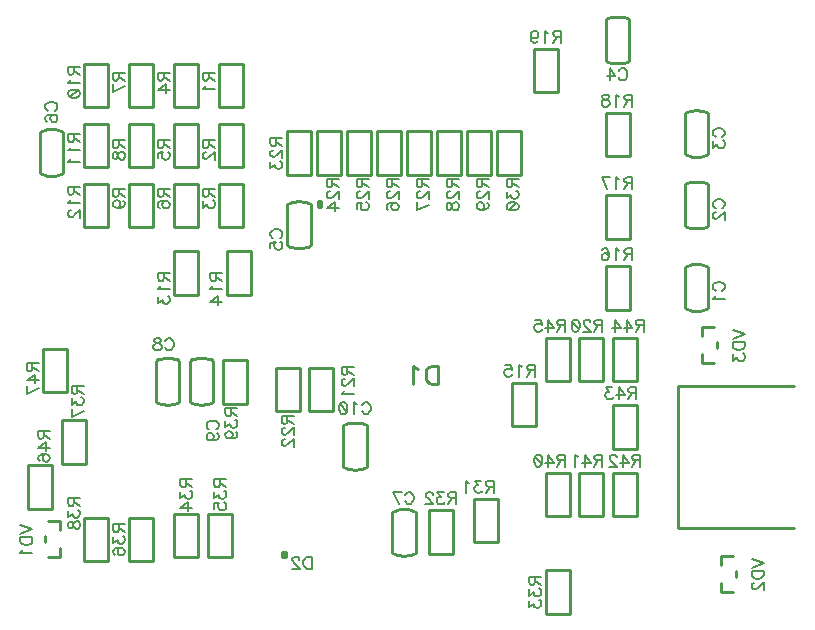
<source format=gbo>
G04  Format:          Gerber Format (RS-274-D), ASCII*
G04*
G04  Format Options:  Absolute Positioning*
G04                   Leading-Zero Suppression*
G04                   Scale Factor 1:1*
G04                   NO Circular Interpolation*
G04                   Millimeter Units*
G04                   Numeric Format: 4.4 (XXXX.XXXX)*
G04                   G54 NOT Used for Aperture Change*
G04                   Apertures Embedded*
G04*
G04  File Options:    Offset = (0.000mm,0.000mm)*
G04                   Drill Symbol Size = 0.000mm*
G04                   No Pad/Via Holes*
G04*
G04  File Contents:   No Pads*
G04                   No Vias*
G04                   Designators*
G04                   No Types*
G04                   No Values*
G04                   No Drill Symbols*
G04                   Bot Silk*
G04*
%INARHAB_VB.GBO*%
%ICAS*%
%MOMM*%
G04*
G04  Aperture MACROs for general use --- invoked via D-code assignment *
G04*
G04  General MACRO for flashed round with rotation and/or offset hole *
%AMROTOFFROUND*
1,1,$1,0.0000,0.0000*
1,0,$2,$3,$4*%
G04*
G04  General MACRO for flashed oval (obround) with rotation and/or offset hole *
%AMROTOFFOVAL*
21,1,$1,$2,0.0000,0.0000,$3*
1,1,$4,$5,$6*
1,1,$4,0-$5,0-$6*
1,0,$7,$8,$9*%
G04*
G04  General MACRO for flashed oval (obround) with rotation and no hole *
%AMROTOVALNOHOLE*
21,1,$1,$2,0.0000,0.0000,$3*
1,1,$4,$5,$6*
1,1,$4,0-$5,0-$6*%
G04*
G04  General MACRO for flashed rectangle with rotation and/or offset hole *
%AMROTOFFRECT*
21,1,$1,$2,0.0000,0.0000,$3*
1,0,$4,$5,$6*%
G04*
G04  General MACRO for flashed rectangle with rotation and no hole *
%AMROTRECTNOHOLE*
21,1,$1,$2,0.0000,0.0000,$3*%
G04*
G04  General MACRO for flashed rounded-rectangle *
%AMROUNDRECT*
21,1,$1,$2-$4,0.0000,0.0000,$3*
21,1,$1-$4,$2,0.0000,0.0000,$3*
1,1,$4,$5,$6*
1,1,$4,$7,$8*
1,1,$4,0-$5,0-$6*
1,1,$4,0-$7,0-$8*
1,0,$9,$10,$11*%
G04*
G04  General MACRO for flashed rounded-rectangle with rotation and no hole *
%AMROUNDRECTNOHOLE*
21,1,$1,$2-$4,0.0000,0.0000,$3*
21,1,$1-$4,$2,0.0000,0.0000,$3*
1,1,$4,$5,$6*
1,1,$4,$7,$8*
1,1,$4,0-$5,0-$6*
1,1,$4,0-$7,0-$8*%
G04*
G04  General MACRO for flashed regular polygon *
%AMREGPOLY*
5,1,$1,0.0000,0.0000,$2,$3+$4*
1,0,$5,$6,$7*%
G04*
G04  General MACRO for flashed regular polygon with no hole *
%AMREGPOLYNOHOLE*
5,1,$1,0.0000,0.0000,$2,$3+$4*%
G04*
G04  General MACRO for target *
%AMTARGET*
6,0,0,$1,$2,$3,4,$4,$5,$6*%
G04*
G04  General MACRO for mounting hole *
%AMMTHOLE*
1,1,$1,0,0*
1,0,$2,0,0*
$1=$1-$2*
$1=$1/2*
21,1,$2+$1,$3,0,0,$4*
21,1,$3,$2+$1,0,0,$4*%
G04*
G04*
G04  D10 : "Ellipse X0.254mm Y0.254mm H0.000mm 0.0deg (0.000mm,0.000mm) Draw"*
G04  Disc: OuterDia=0.2540*
%ADD10C, 0.2540*%
G04  D11 : "Ellipse X0.279mm Y0.279mm H0.000mm 0.0deg (0.000mm,0.000mm) Draw"*
G04  Disc: OuterDia=0.2794*
%ADD11C, 0.2794*%
G04  D12 : "Ellipse X0.381mm Y0.381mm H0.000mm 0.0deg (0.000mm,0.000mm) Draw"*
G04  Disc: OuterDia=0.3810*
%ADD12C, 0.3810*%
G04  D13 : "Ellipse X0.508mm Y0.508mm H0.000mm 0.0deg (0.000mm,0.000mm) Draw"*
G04  Disc: OuterDia=0.5080*
%ADD13C, 0.5080*%
G04  D14 : "Ellipse X0.635mm Y0.635mm H0.000mm 0.0deg (0.000mm,0.000mm) Draw"*
G04  Disc: OuterDia=0.6350*
%ADD14C, 0.6350*%
G04  D15 : "Ellipse X0.762mm Y0.762mm H0.000mm 0.0deg (0.000mm,0.000mm) Draw"*
G04  Disc: OuterDia=0.7620*
%ADD15C, 0.7620*%
G04  D16 : "Ellipse X0.127mm Y0.127mm H0.000mm 0.0deg (0.000mm,0.000mm) Draw"*
G04  Disc: OuterDia=0.1270*
%ADD16C, 0.1270*%
G04  D17 : "Ellipse X0.152mm Y0.152mm H0.000mm 0.0deg (0.000mm,0.000mm) Draw"*
G04  Disc: OuterDia=0.1524*
%ADD17C, 0.1524*%
G04  D18 : "Ellipse X0.180mm Y0.180mm H0.000mm 0.0deg (0.000mm,0.000mm) Draw"*
G04  Disc: OuterDia=0.1800*
%ADD18C, 0.1800*%
G04  D19 : "Ellipse X0.250mm Y0.250mm H0.000mm 0.0deg (0.000mm,0.000mm) Draw"*
G04  Disc: OuterDia=0.2500*
%ADD19C, 0.2500*%
G04  D20 : "Ellipse X3.152mm Y3.152mm H0.000mm 0.0deg (0.000mm,0.000mm) Flash"*
G04  Disc: OuterDia=3.1520*
%ADD20C, 3.1520*%
G04  D21 : "Ellipse X1.500mm Y1.500mm H0.000mm 0.0deg (0.000mm,0.000mm) Flash"*
G04  Disc: OuterDia=1.5000*
%ADD21C, 1.5000*%
G04  D22 : "Ellipse X1.524mm Y1.524mm H0.000mm 0.0deg (0.000mm,0.000mm) Flash"*
G04  Disc: OuterDia=1.5240*
%ADD22C, 1.5240*%
G04  D23 : "Ellipse X1.626mm Y1.626mm H0.000mm 0.0deg (0.000mm,0.000mm) Flash"*
G04  Disc: OuterDia=1.6256*
%ADD23C, 1.6256*%
G04  D24 : "Ellipse X1.652mm Y1.652mm H0.000mm 0.0deg (0.000mm,0.000mm) Flash"*
G04  Disc: OuterDia=1.6520*
%ADD24C, 1.6520*%
G04  D25 : "Ellipse X1.676mm Y1.676mm H0.000mm 0.0deg (0.000mm,0.000mm) Flash"*
G04  Disc: OuterDia=1.6760*
%ADD25C, 1.6760*%
G04  D26 : "Ellipse X1.778mm Y1.778mm H0.000mm 0.0deg (0.000mm,0.000mm) Flash"*
G04  Disc: OuterDia=1.7776*
%ADD26C, 1.7776*%
G04  D27 : "Mounting Hole X3.000mm Y3.000mm H0.000mm 0.0deg (0.000mm,0.000mm) Flash"*
G04  Mounting Hole: Diameter=3.0000, Rotation=0.0, LineWidth=0.1270 *
%ADD27MTHOLE, 3.0000 X2.4920 X0.1270 X0.0*%
G04  D28 : "Rectangle X0.813mm Y0.813mm H0.000mm 0.0deg (0.000mm,0.000mm) Flash"*
G04  Square: Side=0.8128, Rotation=0.0, OffsetX=0.0000, OffsetY=0.0000, HoleDia=0.0000*
%ADD28R, 0.8128 X0.8128*%
G04  D29 : "Rectangle X0.965mm Y0.965mm H0.000mm 0.0deg (0.000mm,0.000mm) Flash"*
G04  Square: Side=0.9648, Rotation=0.0, OffsetX=0.0000, OffsetY=0.0000, HoleDia=0.0000*
%ADD29R, 0.9648 X0.9648*%
G04  D30 : "Rectangle X1.500mm Y1.000mm H0.000mm 0.0deg (0.000mm,0.000mm) Flash"*
G04  Rectangular: DimX=1.5000, DimY=1.0000, Rotation=0.0, OffsetX=0.0000, OffsetY=0.0000, HoleDia=0.0000 *
%ADD30R, 1.5000 X1.0000*%
G04  D31 : "Rectangle X1.400mm Y1.100mm H0.000mm 0.0deg (0.000mm,0.000mm) Flash"*
G04  Rectangular: DimX=1.4000, DimY=1.1000, Rotation=0.0, OffsetX=0.0000, OffsetY=0.0000, HoleDia=0.0000 *
%ADD31R, 1.4000 X1.1000*%
G04  D32 : "Rectangle X1.652mm Y1.152mm H0.000mm 0.0deg (0.000mm,0.000mm) Flash"*
G04  Rectangular: DimX=1.6520, DimY=1.1520, Rotation=0.0, OffsetX=0.0000, OffsetY=0.0000, HoleDia=0.0000 *
%ADD32R, 1.6520 X1.1520*%
G04  D33 : "Rectangle X1.552mm Y1.252mm H0.000mm 0.0deg (0.000mm,0.000mm) Flash"*
G04  Rectangular: DimX=1.5520, DimY=1.2520, Rotation=0.0, OffsetX=0.0000, OffsetY=0.0000, HoleDia=0.0000 *
%ADD33R, 1.5520 X1.2520*%
G04  D34 : "Rectangle X1.500mm Y1.500mm H0.000mm 0.0deg (0.000mm,0.000mm) Flash"*
G04  Square: Side=1.5000, Rotation=0.0, OffsetX=0.0000, OffsetY=0.0000, HoleDia=0.0000*
%ADD34R, 1.5000 X1.5000*%
G04  D35 : "Rectangle X1.524mm Y1.524mm H0.000mm 0.0deg (0.000mm,0.000mm) Flash"*
G04  Square: Side=1.5240, Rotation=0.0, OffsetX=0.0000, OffsetY=0.0000, HoleDia=0.0000*
%ADD35R, 1.5240 X1.5240*%
G04  D36 : "Rectangle X1.626mm Y1.626mm H0.000mm 0.0deg (0.000mm,0.000mm) Flash"*
G04  Square: Side=1.6256, Rotation=0.0, OffsetX=0.0000, OffsetY=0.0000, HoleDia=0.0000*
%ADD36R, 1.6256 X1.6256*%
G04  D37 : "Rectangle X1.652mm Y1.652mm H0.000mm 0.0deg (0.000mm,0.000mm) Flash"*
G04  Square: Side=1.6520, Rotation=0.0, OffsetX=0.0000, OffsetY=0.0000, HoleDia=0.0000*
%ADD37R, 1.6520 X1.6520*%
G04  D38 : "Rectangle X1.676mm Y1.676mm H0.000mm 0.0deg (0.000mm,0.000mm) Flash"*
G04  Square: Side=1.6760, Rotation=0.0, OffsetX=0.0000, OffsetY=0.0000, HoleDia=0.0000*
%ADD38R, 1.6760 X1.6760*%
G04  D39 : "Rectangle X1.778mm Y1.778mm H0.000mm 0.0deg (0.000mm,0.000mm) Flash"*
G04  Square: Side=1.7776, Rotation=0.0, OffsetX=0.0000, OffsetY=0.0000, HoleDia=0.0000*
%ADD39R, 1.7776 X1.7776*%
G04  D40 : "Rectangle X2.032mm Y0.660mm H0.000mm 0.0deg (0.000mm,0.000mm) Flash"*
G04  Rectangular: DimX=2.0320, DimY=0.6604, Rotation=0.0, OffsetX=0.0000, OffsetY=0.0000, HoleDia=0.0000 *
%ADD40R, 2.0320 X0.6604*%
G04  D41 : "Rectangle X0.660mm Y2.032mm H0.000mm 0.0deg (0.000mm,0.000mm) Flash"*
G04  Rectangular: DimX=0.6604, DimY=2.0320, Rotation=0.0, OffsetX=0.0000, OffsetY=0.0000, HoleDia=0.0000 *
%ADD41R, 0.6604 X2.0320*%
G04  D42 : "Rectangle X2.184mm Y0.812mm H0.000mm 0.0deg (0.000mm,0.000mm) Flash"*
G04  Rectangular: DimX=2.1840, DimY=0.8124, Rotation=0.0, OffsetX=0.0000, OffsetY=0.0000, HoleDia=0.0000 *
%ADD42R, 2.1840 X0.8124*%
G04  D43 : "Rectangle X0.812mm Y2.184mm H0.000mm 0.0deg (0.000mm,0.000mm) Flash"*
G04  Rectangular: DimX=0.8124, DimY=2.1840, Rotation=0.0, OffsetX=0.0000, OffsetY=0.0000, HoleDia=0.0000 *
%ADD43R, 0.8124 X2.1840*%
G04  D44 : "Ellipse X1.016mm Y1.016mm H0.000mm 0.0deg (0.000mm,0.000mm) Flash"*
G04  Disc: OuterDia=1.0160*
%ADD44C, 1.0160*%
G04  D45 : "Ellipse X1.168mm Y1.168mm H0.000mm 0.0deg (0.000mm,0.000mm) Flash"*
G04  Disc: OuterDia=1.1680*
%ADD45C, 1.1680*%
G04*
%FSLAX44Y44*%
%SFA1B1*%
%OFA0.000B0.000*%
G04*
G71*
G90*
G01*
D2*
%LNBot Silk*%
D11*
X1679575Y568325*
Y688975D1*
X1778000Y568325D2*
X1679575D1*
X1778000Y688975D2*
X1679575D1*
D2*
D19*
X1197610Y540385*
X1177290D1*
Y577215D2*
X1197610D1*
X1177290Y540385D2*
Y577215D1*
X1197610D2*
Y540385D1*
D2*
D17*
X1168257Y593613*
Y589256D1*
X1167772Y587803*
X1167288Y587319*
X1166320Y586835*
X1165352*
X1164383Y587319*
X1163899Y587803*
X1163415Y589256*
Y593613*
X1173583*
X1168257Y590224D2*
X1173583Y586835D1*
X1163415Y582961D2*
Y577635D1*
X1167288Y580540*
Y579088*
X1167772Y578119*
X1168257Y577635*
X1169709Y577151*
X1170678*
X1172130Y577635*
X1173099Y578604*
X1173583Y580056*
Y581509*
X1173099Y582961*
X1172614Y583446*
X1171646Y583930*
X1163415Y571825D2*
X1163899Y573278D1*
X1164867Y573762*
X1165836*
X1166804Y573278*
X1167288Y572309*
X1167772Y570373*
X1168257Y568920*
X1169225Y567952*
X1170193Y567467*
X1171646*
X1172614Y567952*
X1173099Y568436*
X1173583Y569888*
Y571825*
X1173099Y573278*
X1172614Y573762*
X1171646Y574246*
X1170193*
X1169225Y573762*
X1168257Y572793*
X1167772Y571341*
X1167288Y569404*
X1166804Y568436*
X1165836Y567952*
X1164867*
X1163899Y568436*
X1163415Y569888*
Y571825*
D2*
D19*
X1177290Y961390*
X1197610D1*
Y924560D2*
X1177290D1*
X1197610Y961390D2*
Y924560D1*
X1177290D2*
Y961390D1*
D2*
D17*
X1168257Y958738*
Y954381D1*
X1167772Y952928*
X1167288Y952444*
X1166320Y951960*
X1165352*
X1164383Y952444*
X1163899Y952928*
X1163415Y954381*
Y958738*
X1173583*
X1168257Y955349D2*
X1173583Y951960D1*
X1165352Y947602D2*
X1164867Y946634D1*
X1163415Y945181*
X1173583*
X1163415Y936466D2*
X1163899Y937918D1*
X1165352Y938887*
X1167772Y939371*
X1169225*
X1171646Y938887*
X1173099Y937918*
X1173583Y936466*
Y935498*
X1173099Y934045*
X1171646Y933077*
X1169225Y932592*
X1167772*
X1165352Y933077*
X1163899Y934045*
X1163415Y935498*
Y936466*
X1165352Y933077D2*
X1171646Y938887D1*
D2*
D19*
X1253490Y961390*
X1273810D1*
Y924560D2*
X1253490D1*
X1273810Y961390D2*
Y924560D1*
X1253490D2*
Y961390D1*
D2*
D17*
X1244385Y953960*
Y949567D1*
X1243897Y948102*
X1243409Y947614*
X1242433Y947126*
X1241456*
X1240480Y947614*
X1239992Y948102*
X1239504Y949567*
Y953960*
X1249755*
X1244385Y950543D2*
X1249755Y947126D1*
Y939315D2*
X1239504D1*
X1246338Y944197*
Y936875*
D2*
D19*
X1396512Y655193*
X1398625Y656118D1*
X1400821Y656821*
X1403078Y657293*
X1405372Y657531*
X1407677*
X1409971Y657293*
X1412228Y656821*
X1414424Y656118*
X1416537Y655193*
Y620206D2*
X1414424Y619281D1*
X1412228Y618578*
X1409971Y618106*
X1407677Y617869*
X1405372*
X1403078Y618106*
X1400821Y618578*
X1398625Y619281*
X1396512Y620206*
X1396525Y620200D2*
Y655200D1*
X1416525D2*
Y620200D1*
D2*
D17*
X1412335Y672488*
X1412819Y673457D1*
X1413787Y674425*
X1414756Y674909*
X1416693*
X1417661Y674425*
X1418629Y673457*
X1419113Y672488*
X1419598Y671036*
Y668615*
X1419113Y667162*
X1418629Y666194*
X1417661Y665226*
X1416693Y664741*
X1414756*
X1413787Y665226*
X1412819Y666194*
X1412335Y667162*
X1407977Y672973D2*
X1407009Y673457D1*
X1405556Y674909*
Y664741*
X1396841Y674909D2*
X1398293Y674425D1*
X1399262Y672973*
X1399746Y670552*
Y669099*
X1399262Y666678*
X1398293Y665226*
X1396841Y664741*
X1395873*
X1394420Y665226*
X1393452Y666678*
X1392967Y669099*
Y670552*
X1393452Y672973*
X1394420Y674425*
X1395873Y674909*
X1396841*
X1393452Y672973D2*
X1399262Y666678D1*
D2*
D19*
X1489710Y546735*
X1469390D1*
Y583565D2*
X1489710D1*
X1469390Y546735D2*
Y583565D1*
X1489710D2*
Y546735D1*
D2*
D17*
X1492138Y593867*
X1487781D1*
X1486328Y594352*
X1485844Y594836*
X1485360Y595804*
Y596773*
X1485844Y597741*
X1486328Y598225*
X1487781Y598709*
X1492138*
Y588541*
X1488749Y593867D2*
X1485360Y588541D1*
X1481486Y598709D2*
X1476160D1*
X1479065Y594836*
X1477613*
X1476644Y594352*
X1476160Y593867*
X1475676Y592415*
Y591447*
X1476160Y589994*
X1477129Y589026*
X1478581Y588541*
X1480034*
X1481486Y589026*
X1481971Y589510*
X1482455Y590478*
X1472287Y596288D2*
Y596773D1*
X1471803Y597741*
X1471318Y598225*
X1470350Y598709*
X1468413*
X1467445Y598225*
X1466961Y597741*
X1466477Y596773*
Y595804*
X1466961Y594836*
X1467929Y593383*
X1472771Y588541*
X1465992*
D2*
D19*
X1588135Y692785*
X1567815D1*
Y729615D2*
X1588135D1*
X1567815Y692785D2*
Y729615D1*
X1588135D2*
Y692785D1*
D2*
D17*
X1584213Y739917*
X1579856D1*
X1578403Y740402*
X1577919Y740886*
X1577435Y741854*
Y742823*
X1577919Y743791*
X1578403Y744275*
X1579856Y744759*
X1584213*
Y734591*
X1580824Y739917D2*
X1577435Y734591D1*
X1569688D2*
Y744759D1*
X1574530Y737981*
X1567267*
X1559036Y744759D2*
X1563878D1*
X1564362Y740402*
X1563878Y740886*
X1562425Y741370*
X1560973*
X1559520Y740886*
X1558552Y739917*
X1558067Y738465*
Y737497*
X1558552Y736044*
X1559520Y735076*
X1560973Y734591*
X1562425*
X1563878Y735076*
X1564362Y735560*
X1564846Y736528*
D2*
D19*
X1645285Y692785*
X1624965D1*
Y729615D2*
X1645285D1*
X1624965Y692785D2*
Y729615D1*
X1645285D2*
Y692785D1*
D2*
D17*
X1650888Y739917*
X1646531D1*
X1645078Y740402*
X1644594Y740886*
X1644110Y741854*
Y742823*
X1644594Y743791*
X1645078Y744275*
X1646531Y744759*
X1650888*
Y734591*
X1647499Y739917D2*
X1644110Y734591D1*
X1636363D2*
Y744759D1*
X1641205Y737981*
X1633942*
X1626679Y734591D2*
Y744759D1*
X1631521Y737981*
X1624258*
D2*
D10*
X1700403Y738505*
Y730885D1*
X1710563Y738505D2*
X1700403D1*
Y715645D2*
Y708025D1*
X1710563D2*
X1700403D1*
X1713103Y725805D2*
Y720725D1*
D2*
D17*
X1726335Y736115*
X1736508Y732239D1*
X1726335Y728364*
Y725942D2*
X1736508D1*
Y722550*
X1736024Y721097*
X1735055Y720128*
X1734086Y719644*
X1732633Y719159*
X1730210*
X1728757Y719644*
X1727788Y720128*
X1726819Y721097*
X1726335Y722550*
Y725942*
Y715283D2*
Y709954D1*
X1730210Y712861*
Y711408*
X1730695Y710439*
X1731179Y709954*
X1732633Y709470*
X1733602*
X1735055Y709954*
X1736024Y710923*
X1736508Y712377*
Y713830*
X1736024Y715283*
X1735539Y715768*
X1734570Y716252*
D2*
D19*
X1177290Y910590*
X1197610D1*
Y873760D2*
X1177290D1*
X1197610Y910590D2*
Y873760D1*
X1177290D2*
Y910590D1*
D2*
D17*
X1168257Y901588*
Y897231D1*
X1167772Y895778*
X1167288Y895294*
X1166320Y894810*
X1165352*
X1164383Y895294*
X1163899Y895778*
X1163415Y897231*
Y901588*
X1173583*
X1168257Y898199D2*
X1173583Y894810D1*
X1165352Y890452D2*
X1164867Y889484D1*
X1163415Y888031*
X1173583*
X1165352Y880768D2*
X1164867Y879800D1*
X1163415Y878348*
X1173583*
D2*
D19*
X1177290Y859790*
X1197610D1*
Y822960D2*
X1177290D1*
X1197610Y859790D2*
Y822960D1*
X1177290D2*
Y859790D1*
D2*
D17*
X1168257Y857138*
Y852781D1*
X1167772Y851328*
X1167288Y850844*
X1166320Y850360*
X1165352*
X1164383Y850844*
X1163899Y851328*
X1163415Y852781*
Y857138*
X1173583*
X1168257Y853749D2*
X1173583Y850360D1*
X1165352Y846002D2*
X1164867Y845034D1*
X1163415Y843581*
X1173583*
X1165836Y837287D2*
X1165352D1*
X1164383Y836803*
X1163899Y836318*
X1163415Y835350*
Y833413*
X1163899Y832445*
X1164383Y831961*
X1165352Y831477*
X1166320*
X1167288Y831961*
X1168741Y832929*
X1173583Y837771*
Y830992*
D2*
D19*
X1253490Y580390*
X1273810D1*
Y543560D2*
X1253490D1*
X1273810Y580390D2*
Y543560D1*
X1253490D2*
Y580390D1*
D2*
D17*
X1263507Y609488*
Y605131D1*
X1263022Y603678*
X1262538Y603194*
X1261570Y602710*
X1260602*
X1259633Y603194*
X1259149Y603678*
X1258665Y605131*
Y609488*
X1268833*
X1263507Y606099D2*
X1268833Y602710D1*
X1258665Y598836D2*
Y593510D1*
X1262538Y596415*
Y594963*
X1263022Y593994*
X1263507Y593510*
X1264959Y593026*
X1265928*
X1267380Y593510*
X1268349Y594479*
X1268833Y595931*
Y597384*
X1268349Y598836*
X1267864Y599321*
X1266896Y599805*
X1268833Y585279D2*
X1258665D1*
X1265443Y590121*
Y582858*
D2*
D19*
X1253490Y910590*
X1273810D1*
Y873760D2*
X1253490D1*
X1273810Y910590D2*
Y873760D1*
X1253490D2*
Y910590D1*
D2*
D17*
X1244385Y896810*
Y892417D1*
X1243897Y890952*
X1243409Y890464*
X1242433Y889976*
X1241456*
X1240480Y890464*
X1239992Y890952*
X1239504Y892417*
Y896810*
X1249755*
X1244385Y893393D2*
X1249755Y889976D1*
X1239504Y881189D2*
Y886071D1*
X1243897Y886559*
X1243409Y886071*
X1242921Y884606*
Y883142*
X1243409Y881677*
X1244385Y880701*
X1245850Y880213*
X1246826*
X1248291Y880701*
X1249267Y881677*
X1249755Y883142*
Y884606*
X1249267Y886071*
X1248779Y886559*
X1247802Y887047*
D2*
D19*
X1257787Y675131*
X1255674Y674206D1*
X1253478Y673503*
X1251221Y673031*
X1248927Y672794*
X1246622*
X1244328Y673031*
X1242071Y673503*
X1239875Y674206*
X1237762Y675131*
Y710118D2*
X1239875Y711043D1*
X1242071Y711746*
X1244328Y712218*
X1246622Y712456*
X1248927*
X1251221Y712218*
X1253478Y711746*
X1255674Y711043*
X1257787Y710118*
X1257775Y710125D2*
Y675125D1*
X1237775D2*
Y710125D1*
D2*
D17*
X1245576Y726555*
X1246064Y727531D1*
X1247040Y728507*
X1248017Y728995*
X1249969*
X1250946Y728507*
X1251922Y727531*
X1252410Y726555*
X1252898Y725090*
Y722649*
X1252410Y721185*
X1251922Y720209*
X1250946Y719232*
X1249969Y718744*
X1248017*
X1247040Y719232*
X1246064Y720209*
X1245576Y721185*
X1240206Y728995D2*
X1241671Y728507D1*
X1242159Y727531*
Y726555*
X1241671Y725578*
X1240694Y725090*
X1238742Y724602*
X1237277Y724114*
X1236301Y723137*
X1235813Y722161*
Y720697*
X1236301Y719720*
X1236789Y719232*
X1238254Y718744*
X1240206*
X1241671Y719232*
X1242159Y719720*
X1242647Y720697*
Y722161*
X1242159Y723137*
X1241183Y724114*
X1239718Y724602*
X1237765Y725090*
X1236789Y725578*
X1236301Y726555*
Y727531*
X1236789Y728507*
X1238254Y728995*
X1240206*
D2*
D19*
X1253490Y859790*
X1273810D1*
Y822960D2*
X1253490D1*
X1273810Y859790D2*
Y822960D1*
X1253490D2*
Y859790D1*
D2*
D17*
X1244385Y855535*
Y851142D1*
X1243897Y849677*
X1243409Y849189*
X1242433Y848701*
X1241456*
X1240480Y849189*
X1239992Y849677*
X1239504Y851142*
Y855535*
X1249755*
X1244385Y852118D2*
X1249755Y848701D1*
X1240968Y839426D2*
X1239992Y839914D1*
X1239504Y841379*
Y842355*
X1239992Y843819*
X1241456Y844796*
X1243897Y845284*
X1246338*
X1248291Y844796*
X1249267Y843819*
X1249755Y842355*
Y841867*
X1249267Y840402*
X1248291Y839426*
X1246826Y838938*
X1246338*
X1244873Y839426*
X1243897Y840402*
X1243409Y841867*
Y842355*
X1243897Y843819*
X1244873Y844796*
X1246338Y845284*
D2*
D19*
X1253490Y802640*
X1273810D1*
Y765810D2*
X1253490D1*
X1273810Y802640D2*
Y765810D1*
X1253490D2*
Y802640D1*
D2*
D17*
X1244457Y784113*
Y779756D1*
X1243972Y778303*
X1243488Y777819*
X1242520Y777335*
X1241552*
X1240583Y777819*
X1240099Y778303*
X1239615Y779756*
Y784113*
X1249783*
X1244457Y780724D2*
X1249783Y777335D1*
X1241552Y772977D2*
X1241067Y772009D1*
X1239615Y770556*
X1249783*
X1239615Y763778D2*
Y758452D1*
X1243488Y761357*
Y759904*
X1243972Y758936*
X1244457Y758452*
X1245909Y757967*
X1246878*
X1248330Y758452*
X1249299Y759420*
X1249783Y760873*
Y762325*
X1249299Y763778*
X1248814Y764262*
X1247846Y764746*
D2*
D19*
X1394460Y867410*
X1374140D1*
Y904240D2*
X1394460D1*
X1374140Y867410D2*
Y904240D1*
X1394460D2*
Y867410D1*
D2*
D17*
X1387332Y863488*
Y859131D1*
X1386847Y857678*
X1386363Y857194*
X1385395Y856710*
X1384427*
X1383458Y857194*
X1382974Y857678*
X1382490Y859131*
Y863488*
X1392658*
X1387332Y860099D2*
X1392658Y856710D1*
X1384911Y853321D2*
X1384427D1*
X1383458Y852836*
X1382974Y852352*
X1382490Y851384*
Y849447*
X1382974Y848479*
X1383458Y847994*
X1384427Y847510*
X1385395*
X1386363Y847994*
X1387816Y848963*
X1392658Y853805*
Y847026*
Y839279D2*
X1382490D1*
X1389268Y844121*
Y836858*
D2*
D19*
X1419860Y867410*
X1399540D1*
Y904240D2*
X1419860D1*
X1399540Y867410D2*
Y904240D1*
X1419860D2*
Y867410D1*
D2*
D17*
X1412732Y863488*
Y859131D1*
X1412247Y857678*
X1411763Y857194*
X1410795Y856710*
X1409827*
X1408858Y857194*
X1408374Y857678*
X1407890Y859131*
Y863488*
X1418058*
X1412732Y860099D2*
X1418058Y856710D1*
X1410311Y853321D2*
X1409827D1*
X1408858Y852836*
X1408374Y852352*
X1407890Y851384*
Y849447*
X1408374Y848479*
X1408858Y847994*
X1409827Y847510*
X1410795*
X1411763Y847994*
X1413216Y848963*
X1418058Y853805*
Y847026*
X1407890Y838311D2*
Y843153D1*
X1412247Y843637*
X1411763Y843153*
X1411279Y841700*
Y840248*
X1411763Y838795*
X1412732Y837827*
X1414184Y837342*
X1415153*
X1416605Y837827*
X1417574Y838795*
X1418058Y840248*
Y841700*
X1417574Y843153*
X1417089Y843637*
X1416121Y844121*
D2*
D19*
X1496060Y867410*
X1475740D1*
Y904240D2*
X1496060D1*
X1475740Y867410D2*
Y904240D1*
X1496060D2*
Y867410D1*
D2*
D17*
X1488932Y863488*
Y859131D1*
X1488447Y857678*
X1487963Y857194*
X1486995Y856710*
X1486027*
X1485058Y857194*
X1484574Y857678*
X1484090Y859131*
Y863488*
X1494258*
X1488932Y860099D2*
X1494258Y856710D1*
X1486511Y853321D2*
X1486027D1*
X1485058Y852836*
X1484574Y852352*
X1484090Y851384*
Y849447*
X1484574Y848479*
X1485058Y847994*
X1486027Y847510*
X1486995*
X1487963Y847994*
X1489416Y848963*
X1494258Y853805*
Y847026*
X1484090Y841700D2*
X1484574Y843153D1*
X1485542Y843637*
X1486511*
X1487479Y843153*
X1487963Y842184*
X1488447Y840248*
X1488932Y838795*
X1489900Y837827*
X1490868Y837342*
X1492321*
X1493289Y837827*
X1493774Y838311*
X1494258Y839763*
Y841700*
X1493774Y843153*
X1493289Y843637*
X1492321Y844121*
X1490868*
X1489900Y843637*
X1488932Y842668*
X1488447Y841216*
X1487963Y839279*
X1487479Y838311*
X1486511Y837827*
X1485542*
X1484574Y838311*
X1484090Y839763*
Y841700*
D2*
D19*
X1470660Y867410*
X1450340D1*
Y904240D2*
X1470660D1*
X1450340Y867410D2*
Y904240D1*
X1470660D2*
Y867410D1*
D2*
D17*
X1463532Y863488*
Y859131D1*
X1463047Y857678*
X1462563Y857194*
X1461595Y856710*
X1460627*
X1459658Y857194*
X1459174Y857678*
X1458690Y859131*
Y863488*
X1468858*
X1463532Y860099D2*
X1468858Y856710D1*
X1461111Y853321D2*
X1460627D1*
X1459658Y852836*
X1459174Y852352*
X1458690Y851384*
Y849447*
X1459174Y848479*
X1459658Y847994*
X1460627Y847510*
X1461595*
X1462563Y847994*
X1464016Y848963*
X1468858Y853805*
Y847026*
Y842184D2*
X1458690Y837342D1*
Y844121*
D2*
D19*
X1588135Y578485*
X1567815D1*
Y615315D2*
X1588135D1*
X1567815Y578485D2*
Y615315D1*
X1588135D2*
Y578485D1*
D2*
D17*
X1584213Y625617*
X1579856D1*
X1578403Y626102*
X1577919Y626586*
X1577435Y627554*
Y628523*
X1577919Y629491*
X1578403Y629975*
X1579856Y630459*
X1584213*
Y620291*
X1580824Y625617D2*
X1577435Y620291D1*
X1569688D2*
Y630459D1*
X1574530Y623681*
X1567267*
X1561941Y630459D2*
X1563393Y629975D1*
X1564362Y628523*
X1564846Y626102*
Y624649*
X1564362Y622228*
X1563393Y620776*
X1561941Y620291*
X1560973*
X1559520Y620776*
X1558552Y622228*
X1558067Y624649*
Y626102*
X1558552Y628523*
X1559520Y629975*
X1560973Y630459*
X1561941*
X1558552Y628523D2*
X1564362Y622228D1*
D2*
D19*
X1588135Y495935*
X1567815D1*
Y532765D2*
X1588135D1*
X1567815Y495935D2*
Y532765D1*
X1588135D2*
Y495935D1*
D2*
D17*
X1558782Y526938*
Y522581D1*
X1558297Y521128*
X1557813Y520644*
X1556845Y520160*
X1555877*
X1554908Y520644*
X1554424Y521128*
X1553940Y522581*
Y526938*
X1564108*
X1558782Y523549D2*
X1564108Y520160D1*
X1553940Y516286D2*
Y510960D1*
X1557813Y513865*
Y512413*
X1558297Y511444*
X1558782Y510960*
X1560234Y510476*
X1561203*
X1562655Y510960*
X1563624Y511929*
X1564108Y513381*
Y514834*
X1563624Y516286*
X1563139Y516771*
X1562171Y517255*
X1553940Y506603D2*
Y501277D1*
X1557813Y504182*
Y502729*
X1558297Y501761*
X1558782Y501277*
X1560234Y500792*
X1561203*
X1562655Y501277*
X1563624Y502245*
X1564108Y503698*
Y505150*
X1563624Y506603*
X1563139Y507087*
X1562171Y507571*
D2*
D19*
X1546860Y867410*
X1526540D1*
Y904240D2*
X1546860D1*
X1526540Y867410D2*
Y904240D1*
X1546860D2*
Y867410D1*
D2*
D17*
X1539732Y863488*
Y859131D1*
X1539247Y857678*
X1538763Y857194*
X1537795Y856710*
X1536827*
X1535858Y857194*
X1535374Y857678*
X1534890Y859131*
Y863488*
X1545058*
X1539732Y860099D2*
X1545058Y856710D1*
X1534890Y852836D2*
Y847510D1*
X1538763Y850415*
Y848963*
X1539247Y847994*
X1539732Y847510*
X1541184Y847026*
X1542153*
X1543605Y847510*
X1544574Y848479*
X1545058Y849931*
Y851384*
X1544574Y852836*
X1544089Y853321*
X1543121Y853805*
X1534890Y841216D2*
X1535374Y842668D1*
X1536827Y843637*
X1539247Y844121*
X1540700*
X1543121Y843637*
X1544574Y842668*
X1545058Y841216*
Y840248*
X1544574Y838795*
X1543121Y837827*
X1540700Y837342*
X1539247*
X1536827Y837827*
X1535374Y838795*
X1534890Y840248*
Y841216*
X1536827Y837827D2*
X1543121Y843637D1*
D2*
D19*
X1559560Y654685*
X1539240D1*
Y691515D2*
X1559560D1*
X1539240Y654685D2*
Y691515D1*
X1559560D2*
Y654685D1*
D2*
D17*
X1558813Y701817*
X1554456D1*
X1553003Y702302*
X1552519Y702786*
X1552035Y703754*
Y704723*
X1552519Y705691*
X1553003Y706175*
X1554456Y706659*
X1558813*
Y696491*
X1555424Y701817D2*
X1552035Y696491D1*
X1547677Y704723D2*
X1546709Y705207D1*
X1545256Y706659*
Y696491*
X1533636Y706659D2*
X1538478D1*
X1538962Y702302*
X1538478Y702786*
X1537025Y703270*
X1535573*
X1534120Y702786*
X1533152Y701817*
X1532667Y700365*
Y699397*
X1533152Y697944*
X1534120Y696976*
X1535573Y696491*
X1537025*
X1538478Y696976*
X1538962Y697460*
X1539446Y698428*
D2*
D19*
X1624965Y615315*
X1645285D1*
Y578485D2*
X1624965D1*
X1645285Y615315D2*
Y578485D1*
X1624965D2*
Y615315D1*
D2*
D17*
X1647713Y625617*
X1643356D1*
X1641903Y626102*
X1641419Y626586*
X1640935Y627554*
Y628523*
X1641419Y629491*
X1641903Y629975*
X1643356Y630459*
X1647713*
Y620291*
X1644324Y625617D2*
X1640935Y620291D1*
X1633188D2*
Y630459D1*
X1638030Y623681*
X1630767*
X1627862Y628038D2*
Y628523D1*
X1627378Y629491*
X1626893Y629975*
X1625925Y630459*
X1623988*
X1623020Y629975*
X1622536Y629491*
X1622052Y628523*
Y627554*
X1622536Y626586*
X1623504Y625133*
X1628346Y620291*
X1621567*
D2*
D19*
X1618615Y789940*
X1638935D1*
Y753110D2*
X1618615D1*
X1638935Y789940D2*
Y753110D1*
X1618615D2*
Y789940D1*
D2*
D17*
X1641363Y800242*
X1637006D1*
X1635553Y800727*
X1635069Y801211*
X1634585Y802179*
Y803148*
X1635069Y804116*
X1635553Y804600*
X1637006Y805084*
X1641363*
Y794916*
X1637974Y800242D2*
X1634585Y794916D1*
X1630227Y803148D2*
X1629259Y803632D1*
X1627806Y805084*
Y794916*
X1615702Y803632D2*
X1616186Y804600D1*
X1617638Y805084*
X1618607*
X1620059Y804600*
X1621028Y803148*
X1621512Y800727*
Y798306*
X1621028Y796369*
X1620059Y795401*
X1618607Y794916*
X1618123*
X1616670Y795401*
X1615702Y796369*
X1615217Y797822*
Y798306*
X1615702Y799758*
X1616670Y800727*
X1618123Y801211*
X1618607*
X1620059Y800727*
X1621028Y799758*
X1621512Y798306*
D2*
D19*
X1638935Y813435*
X1618615D1*
Y850265D2*
X1638935D1*
X1618615Y813435D2*
Y850265D1*
X1638935D2*
Y813435D1*
D2*
D17*
X1641363Y860567*
X1637006D1*
X1635553Y861052*
X1635069Y861536*
X1634585Y862504*
Y863473*
X1635069Y864441*
X1635553Y864925*
X1637006Y865409*
X1641363*
Y855241*
X1637974Y860567D2*
X1634585Y855241D1*
X1630227Y863473D2*
X1629259Y863957D1*
X1627806Y865409*
Y855241*
X1620059D2*
X1615217Y865409D1*
X1621996*
D2*
D19*
X1638935Y883285*
X1618615D1*
Y920115D2*
X1638935D1*
X1618615Y883285D2*
Y920115D1*
X1638935D2*
Y883285D1*
D2*
D17*
X1641363Y930417*
X1637006D1*
X1635553Y930902*
X1635069Y931386*
X1634585Y932354*
Y933323*
X1635069Y934291*
X1635553Y934775*
X1637006Y935259*
X1641363*
Y925091*
X1637974Y930417D2*
X1634585Y925091D1*
X1630227Y933323D2*
X1629259Y933807D1*
X1627806Y935259*
Y925091*
X1619575Y935259D2*
X1621028Y934775D1*
X1621512Y933807*
Y932838*
X1621028Y931870*
X1620059Y931386*
X1618123Y930902*
X1616670Y930417*
X1615702Y929449*
X1615217Y928481*
Y927028*
X1615702Y926060*
X1616186Y925576*
X1617638Y925091*
X1619575*
X1621028Y925576*
X1621512Y926060*
X1621996Y927028*
Y928481*
X1621512Y929449*
X1620543Y930417*
X1619091Y930902*
X1617154Y931386*
X1616186Y931870*
X1615702Y932838*
Y933807*
X1616186Y934775*
X1617638Y935259*
X1619575*
D2*
D19*
X1685437Y824356*
X1687550Y823431D1*
X1689746Y822728*
X1692003Y822256*
X1694297Y822019*
X1696602*
X1698896Y822256*
X1701153Y822728*
X1703349Y823431*
X1705462Y824356*
Y859343D2*
X1703349Y860268D1*
X1701153Y860971*
X1698896Y861443*
X1696602Y861681*
X1694297*
X1692003Y861443*
X1689746Y860971*
X1687550Y860268*
X1685437Y859343*
X1705450Y859350D2*
Y824350D1*
X1685450D2*
Y859350D1*
D2*
D17*
X1711845Y839176*
X1710868Y839664D1*
X1709892Y840640*
X1709404Y841617*
Y843569*
X1709892Y844546*
X1710868Y845522*
X1711845Y846010*
X1713309Y846498*
X1715750*
X1717214Y846010*
X1718191Y845522*
X1719167Y844546*
X1719655Y843569*
Y841617*
X1719167Y840640*
X1718191Y839664*
X1717214Y839176*
X1711845Y835759D2*
X1711356D1*
X1710380Y835271*
X1709892Y834783*
X1709404Y833806*
Y831854*
X1709892Y830877*
X1710380Y830389*
X1711356Y829901*
X1712333*
X1713309Y830389*
X1714773Y831365*
X1719655Y836247*
Y829413*
D2*
D19*
X1705462Y754506*
X1703349Y753581D1*
X1701153Y752878*
X1698896Y752406*
X1696602Y752169*
X1694297*
X1692003Y752406*
X1689746Y752878*
X1687550Y753581*
X1685437Y754506*
Y789493D2*
X1687550Y790418D1*
X1689746Y791121*
X1692003Y791593*
X1694297Y791831*
X1696602*
X1698896Y791593*
X1701153Y791121*
X1703349Y790418*
X1705462Y789493*
X1705450Y789500D2*
Y754500D1*
X1685450D2*
Y789500D1*
D2*
D17*
X1711845Y769326*
X1710868Y769814D1*
X1709892Y770790*
X1709404Y771767*
Y773719*
X1709892Y774696*
X1710868Y775672*
X1711845Y776160*
X1713309Y776648*
X1715750*
X1717214Y776160*
X1718191Y775672*
X1719167Y774696*
X1719655Y773719*
Y771767*
X1719167Y770790*
X1718191Y769814*
X1717214Y769326*
X1711356Y764933D2*
X1710868Y763956D1*
X1709404Y762492*
X1719655*
D2*
D19*
X1705462Y884681*
X1703349Y883756D1*
X1701153Y883053*
X1698896Y882581*
X1696602Y882344*
X1694297*
X1692003Y882581*
X1689746Y883053*
X1687550Y883756*
X1685437Y884681*
Y919668D2*
X1687550Y920593D1*
X1689746Y921296*
X1692003Y921768*
X1694297Y922006*
X1696602*
X1698896Y921768*
X1701153Y921296*
X1703349Y920593*
X1705462Y919668*
X1705450Y919675D2*
Y884675D1*
X1685450D2*
Y919675D1*
D2*
D17*
X1711845Y899501*
X1710868Y899989D1*
X1709892Y900965*
X1709404Y901942*
Y903894*
X1709892Y904871*
X1710868Y905847*
X1711845Y906335*
X1713309Y906823*
X1715750*
X1717214Y906335*
X1718191Y905847*
X1719167Y904871*
X1719655Y903894*
Y901942*
X1719167Y900965*
X1718191Y899989*
X1717214Y899501*
X1709404Y895596D2*
Y890226D1*
X1713309Y893155*
Y891690*
X1713797Y890714*
X1714285Y890226*
X1715750Y889738*
X1716726*
X1718191Y890226*
X1719167Y891202*
X1719655Y892667*
Y894131*
X1719167Y895596*
X1718679Y896084*
X1717702Y896572*
D2*
D19*
X1178560Y622935*
X1158240D1*
Y659765D2*
X1178560D1*
X1158240Y622935D2*
Y659765D1*
X1178560D2*
Y622935D1*
D2*
D17*
X1171432Y688863*
Y684506D1*
X1170947Y683053*
X1170463Y682569*
X1169495Y682085*
X1168527*
X1167558Y682569*
X1167074Y683053*
X1166590Y684506*
Y688863*
X1176758*
X1171432Y685474D2*
X1176758Y682085D1*
X1166590Y678211D2*
Y672885D1*
X1170463Y675790*
Y674338*
X1170947Y673369*
X1171432Y672885*
X1172884Y672401*
X1173853*
X1175305Y672885*
X1176274Y673854*
X1176758Y675306*
Y676759*
X1176274Y678211*
X1175789Y678696*
X1174821Y679180*
X1176758Y667559D2*
X1166590Y662717D1*
Y669496*
D2*
D19*
X1339215Y704215*
X1359535D1*
Y667385D2*
X1339215D1*
X1359535Y704215D2*
Y667385D1*
X1339215D2*
Y704215D1*
D2*
D17*
X1349232Y663463*
Y659106D1*
X1348747Y657653*
X1348263Y657169*
X1347295Y656685*
X1346327*
X1345358Y657169*
X1344874Y657653*
X1344390Y659106*
Y663463*
X1354558*
X1349232Y660074D2*
X1354558Y656685D1*
X1346811Y653296D2*
X1346327D1*
X1345358Y652811*
X1344874Y652327*
X1344390Y651359*
Y649422*
X1344874Y648454*
X1345358Y647969*
X1346327Y647485*
X1347295*
X1348263Y647969*
X1349716Y648938*
X1354558Y653780*
Y647001*
X1346811Y643612D2*
X1346327D1*
X1345358Y643128*
X1344874Y642643*
X1344390Y641675*
Y639738*
X1344874Y638770*
X1345358Y638286*
X1346327Y637802*
X1347295*
X1348263Y638286*
X1349716Y639254*
X1354558Y644096*
Y637317*
D2*
D19*
X1578610Y937260*
X1558290D1*
Y974090D2*
X1578610D1*
X1558290Y937260D2*
Y974090D1*
X1578610D2*
Y937260D1*
D2*
D17*
X1581038Y984392*
X1576681D1*
X1575228Y984877*
X1574744Y985361*
X1574260Y986329*
Y987298*
X1574744Y988266*
X1575228Y988750*
X1576681Y989234*
X1581038*
Y979066*
X1577649Y984392D2*
X1574260Y979066D1*
X1569902Y987298D2*
X1568934Y987782D1*
X1567481Y989234*
Y979066*
X1555377Y985845D2*
X1555861Y984392D1*
X1556829Y983424*
X1558282Y982940*
X1558766*
X1560218Y983424*
X1561187Y984392*
X1561671Y985845*
Y986329*
X1561187Y987782*
X1560218Y988750*
X1558766Y989234*
X1558282*
X1556829Y988750*
X1555861Y987782*
X1555377Y985845*
Y983424*
X1555861Y981003*
X1556829Y979551*
X1558282Y979066*
X1559250*
X1560703Y979551*
X1561187Y980519*
D2*
D19*
X1624965Y672465*
X1645285D1*
Y635635D2*
X1624965D1*
X1645285Y672465D2*
Y635635D1*
X1624965D2*
Y672465D1*
D2*
D17*
X1644538Y682767*
X1640181D1*
X1638728Y683252*
X1638244Y683736*
X1637760Y684704*
Y685673*
X1638244Y686641*
X1638728Y687125*
X1640181Y687609*
X1644538*
Y677441*
X1641149Y682767D2*
X1637760Y677441D1*
X1630013D2*
Y687609D1*
X1634855Y680831*
X1627592*
X1624203Y687609D2*
X1618877D1*
X1621782Y683736*
X1620329*
X1619361Y683252*
X1618877Y682767*
X1618392Y681315*
Y680347*
X1618877Y678894*
X1619845Y677926*
X1621298Y677441*
X1622750*
X1624203Y677926*
X1624687Y678410*
X1625171Y679378*
D2*
D19*
X1618762Y964056*
X1620875Y963131D1*
X1623071Y962428*
X1625328Y961956*
X1627622Y961719*
X1629927*
X1632221Y961956*
X1634478Y962428*
X1636674Y963131*
X1638787Y964056*
Y999043D2*
X1636674Y999968D1*
X1634478Y1000671*
X1632221Y1001143*
X1629927Y1001381*
X1627622*
X1625328Y1001143*
X1623071Y1000671*
X1620875Y999968*
X1618762Y999043*
X1638775Y999050D2*
Y964050D1*
X1618775D2*
Y999050D1*
D2*
D17*
X1629751Y955155*
X1630239Y956131D1*
X1631215Y957107*
X1632192Y957595*
X1634144*
X1635121Y957107*
X1636097Y956131*
X1636585Y955155*
X1637073Y953690*
Y951249*
X1636585Y949785*
X1636097Y948809*
X1635121Y947832*
X1634144Y947344*
X1632192*
X1631215Y947832*
X1630239Y948809*
X1629751Y949785*
X1621940Y947344D2*
Y957595D1*
X1626822Y950761*
X1619500*
D2*
D10*
X1157097Y544195*
Y551815D1*
X1146937Y544195D2*
X1157097D1*
X1144397Y556895D2*
Y561975D1*
X1157097Y567055D2*
Y574675D1*
X1146937D2*
X1157097D1*
D2*
D17*
X1123085Y571015*
X1133258Y567139D1*
X1123085Y563264*
Y560842D2*
X1133258D1*
Y557450*
X1132774Y555997*
X1131805Y555028*
X1130836Y554544*
X1129383Y554059*
X1126960*
X1125507Y554544*
X1124538Y555028*
X1123569Y555997*
X1123085Y557450*
Y560842*
X1125022Y549699D2*
X1124538Y548730D1*
X1123085Y547277*
X1133258*
D2*
D19*
X1235710Y540385*
X1215390D1*
Y577215D2*
X1235710D1*
X1215390Y540385D2*
Y577215D1*
X1235710D2*
Y540385D1*
D2*
D17*
X1206357Y571388*
Y567031D1*
X1205872Y565578*
X1205388Y565094*
X1204420Y564610*
X1203452*
X1202483Y565094*
X1201999Y565578*
X1201515Y567031*
Y571388*
X1211683*
X1206357Y567999D2*
X1211683Y564610D1*
X1201515Y560736D2*
Y555410D1*
X1205388Y558315*
Y556863*
X1205872Y555894*
X1206357Y555410*
X1207809Y554926*
X1208778*
X1210230Y555410*
X1211199Y556379*
X1211683Y557831*
Y559284*
X1211199Y560736*
X1210714Y561221*
X1209746Y561705*
X1202967Y545727D2*
X1201999Y546211D1*
X1201515Y547663*
Y548632*
X1201999Y550084*
X1203452Y551053*
X1205872Y551537*
X1208293*
X1210230Y551053*
X1211199Y550084*
X1211683Y548632*
Y548148*
X1211199Y546695*
X1210230Y545727*
X1208778Y545242*
X1208293*
X1206841Y545727*
X1205872Y546695*
X1205388Y548148*
Y548632*
X1205872Y550084*
X1206841Y551053*
X1208293Y551537*
D2*
D19*
X1215390Y961390*
X1235710D1*
Y924560D2*
X1215390D1*
X1235710Y961390D2*
Y924560D1*
X1215390D2*
Y961390D1*
D2*
D17*
X1206285Y953960*
Y949567D1*
X1205797Y948102*
X1205309Y947614*
X1204333Y947126*
X1203356*
X1202380Y947614*
X1201892Y948102*
X1201404Y949567*
Y953960*
X1211655*
X1206285Y950543D2*
X1211655Y947126D1*
Y942244D2*
X1201404Y937363D1*
Y944197*
D2*
D19*
X1437787Y582168*
X1439900Y583093D1*
X1442096Y583796*
X1444353Y584268*
X1446647Y584506*
X1448952*
X1451246Y584268*
X1453503Y583796*
X1455699Y583093*
X1457812Y582168*
Y547181D2*
X1455699Y546256D1*
X1453503Y545553*
X1451246Y545081*
X1448952Y544844*
X1446647*
X1444353Y545081*
X1442096Y545553*
X1439900Y546256*
X1437787Y547181*
X1437800Y547175D2*
Y582175D1*
X1457800D2*
Y547175D1*
D2*
D17*
X1448776Y596380*
X1449264Y597356D1*
X1450240Y598332*
X1451217Y598820*
X1453169*
X1454146Y598332*
X1455122Y597356*
X1455610Y596380*
X1456098Y594915*
Y592474*
X1455610Y591010*
X1455122Y590034*
X1454146Y589057*
X1453169Y588569*
X1451217*
X1450240Y589057*
X1449264Y590034*
X1448776Y591010*
X1443894Y588569D2*
X1439013Y598820D1*
X1445847*
D2*
D19*
X1369060Y867410*
X1348740D1*
Y904240D2*
X1369060D1*
X1348740Y867410D2*
Y904240D1*
X1369060D2*
Y867410D1*
D2*
D17*
X1339707Y898413*
Y894056D1*
X1339222Y892603*
X1338738Y892119*
X1337770Y891635*
X1336802*
X1335833Y892119*
X1335349Y892603*
X1334865Y894056*
Y898413*
X1345033*
X1339707Y895024D2*
X1345033Y891635D1*
X1337286Y888246D2*
X1336802D1*
X1335833Y887761*
X1335349Y887277*
X1334865Y886309*
Y884372*
X1335349Y883404*
X1335833Y882919*
X1336802Y882435*
X1337770*
X1338738Y882919*
X1340191Y883888*
X1345033Y888730*
Y881951*
X1334865Y878078D2*
Y872752D1*
X1338738Y875657*
Y874204*
X1339222Y873236*
X1339707Y872752*
X1341159Y872267*
X1342128*
X1343580Y872752*
X1344549Y873720*
X1345033Y875173*
Y876625*
X1344549Y878078*
X1344064Y878562*
X1343096Y879046*
D2*
D19*
X1291590Y961390*
X1311910D1*
Y924560D2*
X1291590D1*
X1311910Y961390D2*
Y924560D1*
X1291590D2*
Y961390D1*
D2*
D17*
X1282485Y953960*
Y949567D1*
X1281997Y948102*
X1281509Y947614*
X1280533Y947126*
X1279556*
X1278580Y947614*
X1278092Y948102*
X1277604Y949567*
Y953960*
X1287855*
X1282485Y950543D2*
X1287855Y947126D1*
X1279556Y942733D2*
X1279068Y941756D1*
X1277604Y940292*
X1287855*
D2*
D19*
X1596390Y729615*
X1616710D1*
Y692785D2*
X1596390D1*
X1616710Y729615D2*
Y692785D1*
X1596390D2*
Y729615D1*
D2*
D17*
X1615963Y739917*
X1611606D1*
X1610153Y740402*
X1609669Y740886*
X1609185Y741854*
Y742823*
X1609669Y743791*
X1610153Y744275*
X1611606Y744759*
X1615963*
Y734591*
X1612574Y739917D2*
X1609185Y734591D1*
X1605796Y742338D2*
Y742823D1*
X1605311Y743791*
X1604827Y744275*
X1603859Y744759*
X1601922*
X1600954Y744275*
X1600469Y743791*
X1599985Y742823*
Y741854*
X1600469Y740886*
X1601438Y739433*
X1606280Y734591*
X1599501*
X1593691Y744759D2*
X1595143Y744275D1*
X1596112Y742823*
X1596596Y740402*
Y738949*
X1596112Y736528*
X1595143Y735076*
X1593691Y734591*
X1592723*
X1591270Y735076*
X1590302Y736528*
X1589817Y738949*
Y740402*
X1590302Y742823*
X1591270Y744275*
X1592723Y744759*
X1593691*
X1590302Y742823D2*
X1596112Y736528D1*
D2*
D19*
X1215390Y910590*
X1235710D1*
Y873760D2*
X1215390D1*
X1235710Y910590D2*
Y873760D1*
X1215390D2*
Y910590D1*
D2*
D17*
X1206285Y896810*
Y892417D1*
X1205797Y890952*
X1205309Y890464*
X1204333Y889976*
X1203356*
X1202380Y890464*
X1201892Y890952*
X1201404Y892417*
Y896810*
X1211655*
X1206285Y893393D2*
X1211655Y889976D1*
X1201404Y884606D2*
X1201892Y886071D1*
X1202868Y886559*
X1203845*
X1204821Y886071*
X1205309Y885094*
X1205797Y883142*
X1206285Y881677*
X1207262Y880701*
X1208238Y880213*
X1209702*
X1210679Y880701*
X1211167Y881189*
X1211655Y882654*
Y884606*
X1211167Y886071*
X1210679Y886559*
X1209702Y887047*
X1208238*
X1207262Y886559*
X1206285Y885583*
X1205797Y884118*
X1205309Y882165*
X1204821Y881189*
X1203845Y880701*
X1202868*
X1201892Y881189*
X1201404Y882654*
Y884606*
D2*
D19*
X1159362Y868806*
X1157249Y867881D1*
X1155053Y867178*
X1152796Y866706*
X1150502Y866469*
X1148197*
X1145903Y866706*
X1143646Y867178*
X1141450Y867881*
X1139337Y868806*
Y903793D2*
X1141450Y904718D1*
X1143646Y905421*
X1145903Y905893*
X1148197Y906131*
X1150502*
X1152796Y905893*
X1155053Y905421*
X1157249Y904718*
X1159362Y903793*
X1159350Y903800D2*
Y868800D1*
X1139350D2*
Y903800D1*
D2*
D17*
X1146695Y921726*
X1145718Y922214D1*
X1144742Y923190*
X1144254Y924167*
Y926119*
X1144742Y927096*
X1145718Y928072*
X1146695Y928560*
X1148159Y929048*
X1150600*
X1152064Y928560*
X1153041Y928072*
X1154017Y927096*
X1154505Y926119*
Y924167*
X1154017Y923190*
X1153041Y922214*
X1152064Y921726*
X1145718Y912451D2*
X1144742Y912939D1*
X1144254Y914404*
Y915380*
X1144742Y916844*
X1146206Y917821*
X1148647Y918309*
X1151088*
X1153041Y917821*
X1154017Y916844*
X1154505Y915380*
Y914892*
X1154017Y913427*
X1153041Y912451*
X1151576Y911963*
X1151088*
X1149623Y912451*
X1148647Y913427*
X1148159Y914892*
Y915380*
X1148647Y916844*
X1149623Y917821*
X1151088Y918309*
D2*
D19*
X1215390Y859790*
X1235710D1*
Y822960D2*
X1215390D1*
X1235710Y859790D2*
Y822960D1*
X1215390D2*
Y859790D1*
D2*
D17*
X1206285Y855535*
Y851142D1*
X1205797Y849677*
X1205309Y849189*
X1204333Y848701*
X1203356*
X1202380Y849189*
X1201892Y849677*
X1201404Y851142*
Y855535*
X1211655*
X1206285Y852118D2*
X1211655Y848701D1*
X1204821Y839426D2*
X1206285Y839914D1*
X1207262Y840890*
X1207750Y842355*
Y842843*
X1207262Y844308*
X1206285Y845284*
X1204821Y845772*
X1204333*
X1202868Y845284*
X1201892Y844308*
X1201404Y842843*
Y842355*
X1201892Y840890*
X1202868Y839914*
X1204821Y839426*
X1207262*
X1209702Y839914*
X1211167Y840890*
X1211655Y842355*
Y843331*
X1211167Y844796*
X1210191Y845284*
D2*
D19*
X1162685Y683260*
X1142365D1*
Y720090D2*
X1162685D1*
X1142365Y683260D2*
Y720090D1*
X1162685D2*
Y683260D1*
D2*
D17*
X1133332Y707913*
Y703556D1*
X1132847Y702103*
X1132363Y701619*
X1131395Y701135*
X1130427*
X1129458Y701619*
X1128974Y702103*
X1128490Y703556*
Y707913*
X1138658*
X1133332Y704524D2*
X1138658Y701135D1*
Y693388D2*
X1128490D1*
X1135268Y698230*
Y690967*
X1138658Y686609D2*
X1128490Y681767D1*
Y688546*
D2*
D19*
X1282065Y580390*
X1302385D1*
Y543560D2*
X1282065D1*
X1302385Y580390D2*
Y543560D1*
X1282065D2*
Y580390D1*
D2*
D17*
X1292082Y609488*
Y605131D1*
X1291597Y603678*
X1291113Y603194*
X1290145Y602710*
X1289177*
X1288208Y603194*
X1287724Y603678*
X1287240Y605131*
Y609488*
X1297408*
X1292082Y606099D2*
X1297408Y602710D1*
X1287240Y598836D2*
Y593510D1*
X1291113Y596415*
Y594963*
X1291597Y593994*
X1292082Y593510*
X1293534Y593026*
X1294503*
X1295955Y593510*
X1296924Y594479*
X1297408Y595931*
Y597384*
X1296924Y598836*
X1296439Y599321*
X1295471Y599805*
X1287240Y584311D2*
Y589153D1*
X1291597Y589637*
X1291113Y589153*
X1290629Y587700*
Y586248*
X1291113Y584795*
X1292082Y583827*
X1293534Y583342*
X1294503*
X1295955Y583827*
X1296924Y584795*
X1297408Y586248*
Y587700*
X1296924Y589153*
X1296439Y589637*
X1295471Y590121*
D2*
D10*
X1345565Y545465*
X1346835D1*
X1348105Y548005D2*
X1344295D1*
Y544195*
X1348105*
Y548005*
D2*
D17*
X1369647Y543893*
Y533642D1*
X1366230*
X1364765Y534130*
X1363789Y535106*
X1363301Y536082*
X1362813Y537547*
Y539988*
X1363301Y541452*
X1363789Y542428*
X1364765Y543405*
X1366230Y543893*
X1369647*
X1359396Y541452D2*
Y541940D1*
X1358908Y542917*
X1358419Y543405*
X1357443Y543893*
X1355491*
X1354514Y543405*
X1354026Y542917*
X1353538Y541940*
Y540964*
X1354026Y539988*
X1355002Y538523*
X1359884Y533642*
X1353050*
D2*
D19*
X1507490Y593090*
X1527810D1*
Y556260D2*
X1507490D1*
X1527810Y593090D2*
Y556260D1*
X1507490D2*
Y593090D1*
D2*
D17*
X1523888Y603392*
X1519531D1*
X1518078Y603877*
X1517594Y604361*
X1517110Y605329*
Y606298*
X1517594Y607266*
X1518078Y607750*
X1519531Y608234*
X1523888*
Y598066*
X1520499Y603392D2*
X1517110Y598066D1*
X1513236Y608234D2*
X1507910D1*
X1510815Y604361*
X1509363*
X1508394Y603877*
X1507910Y603392*
X1507426Y601940*
Y600972*
X1507910Y599519*
X1508879Y598551*
X1510331Y598066*
X1511784*
X1513236Y598551*
X1513721Y599035*
X1514205Y600003*
X1503068Y606298D2*
X1502100Y606782D1*
X1500648Y608234*
Y598066*
D2*
D19*
X1445260Y867410*
X1424940D1*
Y904240D2*
X1445260D1*
X1424940Y867410D2*
Y904240D1*
X1445260D2*
Y867410D1*
D2*
D17*
X1438132Y863488*
Y859131D1*
X1437647Y857678*
X1437163Y857194*
X1436195Y856710*
X1435227*
X1434258Y857194*
X1433774Y857678*
X1433290Y859131*
Y863488*
X1443458*
X1438132Y860099D2*
X1443458Y856710D1*
X1435711Y853321D2*
X1435227D1*
X1434258Y852836*
X1433774Y852352*
X1433290Y851384*
Y849447*
X1433774Y848479*
X1434258Y847994*
X1435227Y847510*
X1436195*
X1437163Y847994*
X1438616Y848963*
X1443458Y853805*
Y847026*
X1434742Y837827D2*
X1433774Y838311D1*
X1433290Y839763*
Y840732*
X1433774Y842184*
X1435227Y843153*
X1437647Y843637*
X1440068*
X1442005Y843153*
X1442974Y842184*
X1443458Y840732*
Y840248*
X1442974Y838795*
X1442005Y837827*
X1440553Y837342*
X1440068*
X1438616Y837827*
X1437647Y838795*
X1437163Y840248*
Y840732*
X1437647Y842184*
X1438616Y843153*
X1440068Y843637*
D2*
D19*
X1291590Y910590*
X1311910D1*
Y873760D2*
X1291590D1*
X1311910Y910590D2*
Y873760D1*
X1291590D2*
Y910590D1*
D2*
D17*
X1282485Y896810*
Y892417D1*
X1281997Y890952*
X1281509Y890464*
X1280533Y889976*
X1279556*
X1278580Y890464*
X1278092Y890952*
X1277604Y892417*
Y896810*
X1287855*
X1282485Y893393D2*
X1287855Y889976D1*
X1280045Y886559D2*
X1279556D1*
X1278580Y886071*
X1278092Y885583*
X1277604Y884606*
Y882654*
X1278092Y881677*
X1278580Y881189*
X1279556Y880701*
X1280533*
X1281509Y881189*
X1282973Y882165*
X1287855Y887047*
Y880213*
D2*
D19*
X1521460Y867410*
X1501140D1*
Y904240D2*
X1521460D1*
X1501140Y867410D2*
Y904240D1*
X1521460D2*
Y867410D1*
D2*
D17*
X1514332Y863488*
Y859131D1*
X1513847Y857678*
X1513363Y857194*
X1512395Y856710*
X1511427*
X1510458Y857194*
X1509974Y857678*
X1509490Y859131*
Y863488*
X1519658*
X1514332Y860099D2*
X1519658Y856710D1*
X1511911Y853321D2*
X1511427D1*
X1510458Y852836*
X1509974Y852352*
X1509490Y851384*
Y849447*
X1509974Y848479*
X1510458Y847994*
X1511427Y847510*
X1512395*
X1513363Y847994*
X1514816Y848963*
X1519658Y853805*
Y847026*
X1512879Y837827D2*
X1514332Y838311D1*
X1515300Y839279*
X1515784Y840732*
Y841216*
X1515300Y842668*
X1514332Y843637*
X1512879Y844121*
X1512395*
X1510942Y843637*
X1509974Y842668*
X1509490Y841216*
Y840732*
X1509974Y839279*
X1510942Y838311*
X1512879Y837827*
X1515300*
X1517721Y838311*
X1519174Y839279*
X1519658Y840732*
Y841700*
X1519174Y843153*
X1518205Y843637*
D2*
D19*
X1368912Y842518*
X1366799Y843443D1*
X1364603Y844146*
X1362346Y844618*
X1360052Y844856*
X1357747*
X1355453Y844618*
X1353196Y844146*
X1351000Y843443*
X1348887Y842518*
Y807531D2*
X1351000Y806606D1*
X1353196Y805903*
X1355453Y805431*
X1357747Y805194*
X1360052*
X1362346Y805431*
X1364603Y805903*
X1366799Y806606*
X1368912Y807531*
X1348900Y807525D2*
Y842525D1*
X1368900D2*
Y807525D1*
D2*
D17*
X1337195Y813776*
X1336218Y814264D1*
X1335242Y815240*
X1334754Y816217*
Y818169*
X1335242Y819146*
X1336218Y820122*
X1337195Y820610*
X1338659Y821098*
X1341100*
X1342564Y820610*
X1343541Y820122*
X1344517Y819146*
X1345005Y818169*
Y816217*
X1344517Y815240*
X1343541Y814264*
X1342564Y813776*
X1334754Y804989D2*
Y809871D1*
X1339147Y810359*
X1338659Y809871*
X1338171Y808406*
Y806942*
X1338659Y805477*
X1339635Y804501*
X1341100Y804013*
X1342076*
X1343541Y804501*
X1344517Y805477*
X1345005Y806942*
Y808406*
X1344517Y809871*
X1344029Y810359*
X1343052Y810847*
D2*
D19*
X1291590Y859790*
X1311910D1*
Y822960D2*
X1291590D1*
X1311910Y859790D2*
Y822960D1*
X1291590D2*
Y859790D1*
D2*
D17*
X1282485Y855535*
Y851142D1*
X1281997Y849677*
X1281509Y849189*
X1280533Y848701*
X1279556*
X1278580Y849189*
X1278092Y849677*
X1277604Y851142*
Y855535*
X1287855*
X1282485Y852118D2*
X1287855Y848701D1*
X1277604Y844796D2*
Y839426D1*
X1281509Y842355*
Y840890*
X1281997Y839914*
X1282485Y839426*
X1283950Y838938*
X1284926*
X1286391Y839426*
X1287367Y840402*
X1287855Y841867*
Y843331*
X1287367Y844796*
X1286879Y845284*
X1285902Y845772*
D2*
D19*
X1297940Y802640*
X1318260D1*
Y765810D2*
X1297940D1*
X1318260Y802640D2*
Y765810D1*
X1297940D2*
Y802640D1*
D2*
D17*
X1288907Y784113*
Y779756D1*
X1288422Y778303*
X1287938Y777819*
X1286970Y777335*
X1286002*
X1285033Y777819*
X1284549Y778303*
X1284065Y779756*
Y784113*
X1294233*
X1288907Y780724D2*
X1294233Y777335D1*
X1286002Y772977D2*
X1285517Y772009D1*
X1284065Y770556*
X1294233*
Y759904D2*
X1284065D1*
X1290843Y764746*
Y757483*
D2*
D19*
X1367790Y704215*
X1388110D1*
Y667385D2*
X1367790D1*
X1388110Y704215D2*
Y667385D1*
X1367790D2*
Y704215D1*
D2*
D17*
X1400032Y704738*
Y700381D1*
X1399547Y698928*
X1399063Y698444*
X1398095Y697960*
X1397127*
X1396158Y698444*
X1395674Y698928*
X1395190Y700381*
Y704738*
X1405358*
X1400032Y701349D2*
X1405358Y697960D1*
X1397611Y694571D2*
X1397127D1*
X1396158Y694086*
X1395674Y693602*
X1395190Y692634*
Y690697*
X1395674Y689729*
X1396158Y689244*
X1397127Y688760*
X1398095*
X1399063Y689244*
X1400516Y690213*
X1405358Y695055*
Y688276*
X1397127Y683918D2*
X1396642Y682950D1*
X1395190Y681498*
X1405358*
D2*
D10*
X1377950Y840105*
Y845185D1*
X1375410*
Y840105*
X1377950*
X1476588Y705808D2*
Y690260D1*
X1471406*
X1469184Y691000*
X1467704Y692481*
X1466963Y693962*
X1466223Y696183*
Y699885*
X1466963Y702106*
X1467704Y703586*
X1469184Y705067*
X1471406Y705808*
X1476588*
X1459560Y702846D2*
X1458079Y703586D1*
X1455858Y705808*
Y690260*
X1716278Y544830D2*
Y537210D1*
X1726438Y544830D2*
X1716278D1*
Y521970D2*
Y514350D1*
X1726438D2*
X1716278D1*
X1728978Y532130D2*
Y527050D1*
D2*
D17*
X1742210Y542440*
X1752383Y538564D1*
X1742210Y534689*
Y532267D2*
X1752383D1*
Y528875*
X1751899Y527422*
X1750930Y526453*
X1749961Y525969*
X1748508Y525484*
X1746085*
X1744632Y525969*
X1743663Y526453*
X1742694Y527422*
X1742210Y528875*
Y532267*
X1744632Y522093D2*
X1744147D1*
X1743179Y521608*
X1742694Y521124*
X1742210Y520155*
Y518217*
X1742694Y517248*
X1743179Y516764*
X1744147Y516279*
X1745116*
X1746085Y516764*
X1747539Y517733*
X1752383Y522577*
Y515795*
D2*
D19*
X1616710Y578485*
X1596390D1*
Y615315D2*
X1616710D1*
X1596390Y578485D2*
Y615315D1*
X1616710D2*
Y578485D1*
D2*
D17*
X1615963Y625617*
X1611606D1*
X1610153Y626102*
X1609669Y626586*
X1609185Y627554*
Y628523*
X1609669Y629491*
X1610153Y629975*
X1611606Y630459*
X1615963*
Y620291*
X1612574Y625617D2*
X1609185Y620291D1*
X1601438D2*
Y630459D1*
X1606280Y623681*
X1599017*
X1595143Y628523D2*
X1594175Y629007D1*
X1592723Y630459*
Y620291*
D2*
D19*
X1149985Y584835*
X1129665D1*
Y621665D2*
X1149985D1*
X1129665Y584835D2*
Y621665D1*
X1149985D2*
Y584835D1*
D2*
D17*
X1142857Y650763*
Y646406D1*
X1142372Y644953*
X1141888Y644469*
X1140920Y643985*
X1139952*
X1138983Y644469*
X1138499Y644953*
X1138015Y646406*
Y650763*
X1148183*
X1142857Y647374D2*
X1148183Y643985D1*
Y636238D2*
X1138015D1*
X1144793Y641080*
Y633817*
X1139467Y625102D2*
X1138499Y625586D1*
X1138015Y627038*
Y628007*
X1138499Y629459*
X1139952Y630428*
X1142372Y630912*
X1144793*
X1146730Y630428*
X1147699Y629459*
X1148183Y628007*
Y627523*
X1147699Y626070*
X1146730Y625102*
X1145278Y624617*
X1144793*
X1143341Y625102*
X1142372Y626070*
X1141888Y627523*
Y628007*
X1142372Y629459*
X1143341Y630428*
X1144793Y630912*
D2*
D19*
X1294765Y710565*
X1315085D1*
Y673735D2*
X1294765D1*
X1315085Y710565D2*
Y673735D1*
X1294765D2*
Y710565D1*
D2*
D17*
X1301607Y669813*
Y665456D1*
X1301122Y664003*
X1300638Y663519*
X1299670Y663035*
X1298702*
X1297733Y663519*
X1297249Y664003*
X1296765Y665456*
Y669813*
X1306933*
X1301607Y666424D2*
X1306933Y663035D1*
X1296765Y659161D2*
Y653835D1*
X1300638Y656740*
Y655288*
X1301122Y654319*
X1301607Y653835*
X1303059Y653351*
X1304028*
X1305480Y653835*
X1306449Y654804*
X1306933Y656256*
Y657709*
X1306449Y659161*
X1305964Y659646*
X1304996Y660130*
X1300154Y644152D2*
X1301607Y644636D1*
X1302575Y645604*
X1303059Y647057*
Y647541*
X1302575Y648993*
X1301607Y649962*
X1300154Y650446*
X1299670*
X1298217Y649962*
X1297249Y648993*
X1296765Y647541*
Y647057*
X1297249Y645604*
X1298217Y644636*
X1300154Y644152*
X1302575*
X1304996Y644636*
X1306449Y645604*
X1306933Y647057*
Y648025*
X1306449Y649478*
X1305480Y649962*
D2*
D19*
X1286362Y675131*
X1284249Y674206D1*
X1282053Y673503*
X1279796Y673031*
X1277502Y672794*
X1275197*
X1272903Y673031*
X1270646Y673503*
X1268450Y674206*
X1266337Y675131*
Y710118D2*
X1268450Y711043D1*
X1270646Y711746*
X1272903Y712218*
X1275197Y712456*
X1277502*
X1279796Y712218*
X1282053Y711746*
X1284249Y711043*
X1286362Y710118*
X1286350Y710125D2*
Y675125D1*
X1266350D2*
Y710125D1*
D2*
D17*
X1283220Y651851*
X1282243Y652339D1*
X1281267Y653315*
X1280779Y654292*
Y656244*
X1281267Y657221*
X1282243Y658197*
X1283220Y658685*
X1284684Y659173*
X1287125*
X1288589Y658685*
X1289566Y658197*
X1290542Y657221*
X1291030Y656244*
Y654292*
X1290542Y653315*
X1289566Y652339*
X1288589Y651851*
X1284196Y642576D2*
X1285660Y643064D1*
X1286637Y644040*
X1287125Y645505*
Y645993*
X1286637Y647458*
X1285660Y648434*
X1284196Y648922*
X1283708*
X1282243Y648434*
X1281267Y647458*
X1280779Y645993*
Y645505*
X1281267Y644040*
X1282243Y643064*
X1284196Y642576*
X1286637*
X1289077Y643064*
X1290542Y644040*
X1291030Y645505*
Y646481*
X1290542Y647946*
X1289566Y648434*
D02M02*

</source>
